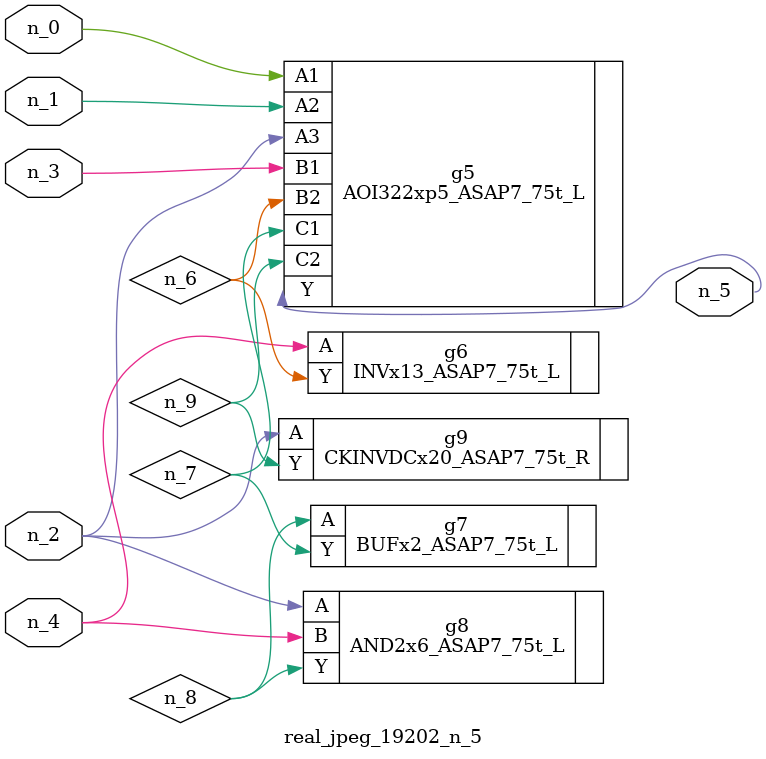
<source format=v>
module real_jpeg_19202_n_5 (n_4, n_0, n_1, n_2, n_3, n_5);

input n_4;
input n_0;
input n_1;
input n_2;
input n_3;

output n_5;

wire n_8;
wire n_6;
wire n_7;
wire n_9;

AOI322xp5_ASAP7_75t_L g5 ( 
.A1(n_0),
.A2(n_1),
.A3(n_2),
.B1(n_3),
.B2(n_6),
.C1(n_7),
.C2(n_9),
.Y(n_5)
);

AND2x6_ASAP7_75t_L g8 ( 
.A(n_2),
.B(n_4),
.Y(n_8)
);

CKINVDCx20_ASAP7_75t_R g9 ( 
.A(n_2),
.Y(n_9)
);

INVx13_ASAP7_75t_L g6 ( 
.A(n_4),
.Y(n_6)
);

BUFx2_ASAP7_75t_L g7 ( 
.A(n_8),
.Y(n_7)
);


endmodule
</source>
